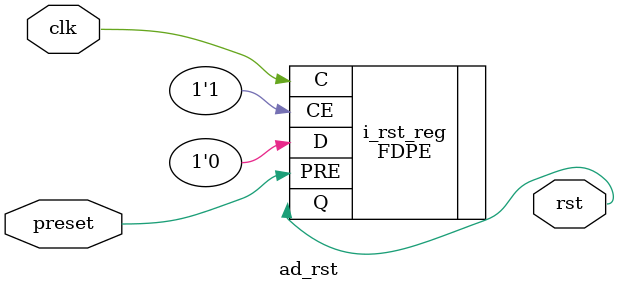
<source format=v>

`timescale 1ns/100ps

module ad_rst (

  // clock reset

  preset,
  clk,
  rst);

  // clock reset

  input           preset;
  input           clk;
  output          rst;

  // simple reset gen

  FDPE #(.INIT(1'b1)) i_rst_reg (
    .CE (1'b1),
    .D (1'b0),
    .PRE (preset),
    .C (clk),
    .Q (rst));

endmodule

// ***************************************************************************
// ***************************************************************************

</source>
